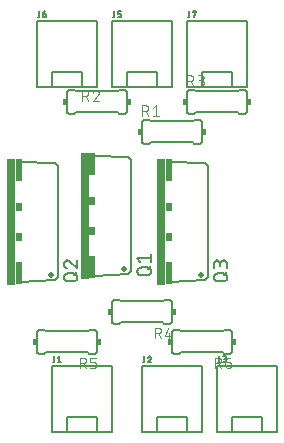
<source format=gbr>
G04 EAGLE Gerber RS-274X export*
G75*
%MOMM*%
%FSLAX34Y34*%
%LPD*%
%INSilkscreen Top*%
%IPPOS*%
%AMOC8*
5,1,8,0,0,1.08239X$1,22.5*%
G01*
%ADD10C,0.127000*%
%ADD11C,0.152400*%
%ADD12C,0.508000*%
%ADD13R,0.762000X10.668000*%
%ADD14R,0.508000X1.905000*%
%ADD15R,0.508000X0.762000*%
%ADD16R,0.381000X0.508000*%
%ADD17C,0.101600*%


D10*
X63500Y68580D02*
X63500Y12700D01*
X114300Y12700D02*
X114300Y68580D01*
X63500Y68580D01*
X101600Y12700D02*
X114300Y12700D01*
X101600Y12700D02*
X76200Y12700D01*
X63500Y12700D01*
X76200Y12700D02*
X76200Y25400D01*
X101600Y25400D01*
X101600Y12700D01*
X65744Y72827D02*
X65744Y76581D01*
X65743Y72827D02*
X65741Y72762D01*
X65735Y72698D01*
X65725Y72634D01*
X65712Y72570D01*
X65694Y72508D01*
X65673Y72447D01*
X65649Y72387D01*
X65620Y72329D01*
X65588Y72272D01*
X65553Y72218D01*
X65515Y72166D01*
X65473Y72116D01*
X65429Y72069D01*
X65382Y72025D01*
X65332Y71983D01*
X65280Y71945D01*
X65226Y71910D01*
X65169Y71878D01*
X65111Y71849D01*
X65051Y71825D01*
X64990Y71804D01*
X64928Y71786D01*
X64864Y71773D01*
X64800Y71763D01*
X64736Y71757D01*
X64671Y71755D01*
X64135Y71755D01*
X68692Y75509D02*
X70032Y76581D01*
X70032Y71755D01*
X68692Y71755D02*
X71373Y71755D01*
X139700Y68580D02*
X139700Y12700D01*
X190500Y12700D02*
X190500Y68580D01*
X139700Y68580D01*
X177800Y12700D02*
X190500Y12700D01*
X177800Y12700D02*
X152400Y12700D01*
X139700Y12700D01*
X152400Y12700D02*
X152400Y25400D01*
X177800Y25400D01*
X177800Y12700D01*
X141944Y72827D02*
X141944Y76581D01*
X141943Y72827D02*
X141941Y72762D01*
X141935Y72698D01*
X141925Y72634D01*
X141912Y72570D01*
X141894Y72508D01*
X141873Y72447D01*
X141849Y72387D01*
X141820Y72329D01*
X141788Y72272D01*
X141753Y72218D01*
X141715Y72166D01*
X141673Y72116D01*
X141629Y72069D01*
X141582Y72025D01*
X141532Y71983D01*
X141480Y71945D01*
X141426Y71910D01*
X141369Y71878D01*
X141311Y71849D01*
X141251Y71825D01*
X141190Y71804D01*
X141128Y71786D01*
X141064Y71773D01*
X141000Y71763D01*
X140936Y71757D01*
X140871Y71755D01*
X140335Y71755D01*
X146366Y76581D02*
X146434Y76579D01*
X146501Y76573D01*
X146568Y76564D01*
X146635Y76551D01*
X146700Y76534D01*
X146765Y76513D01*
X146828Y76489D01*
X146890Y76461D01*
X146950Y76430D01*
X147008Y76396D01*
X147064Y76358D01*
X147119Y76318D01*
X147170Y76274D01*
X147219Y76227D01*
X147266Y76178D01*
X147310Y76127D01*
X147350Y76072D01*
X147388Y76016D01*
X147422Y75958D01*
X147453Y75898D01*
X147481Y75836D01*
X147505Y75773D01*
X147526Y75708D01*
X147543Y75643D01*
X147556Y75576D01*
X147565Y75509D01*
X147571Y75442D01*
X147573Y75374D01*
X146366Y76581D02*
X146288Y76579D01*
X146210Y76573D01*
X146133Y76563D01*
X146056Y76550D01*
X145980Y76532D01*
X145905Y76511D01*
X145831Y76486D01*
X145759Y76457D01*
X145688Y76425D01*
X145619Y76389D01*
X145551Y76350D01*
X145486Y76307D01*
X145423Y76261D01*
X145362Y76212D01*
X145304Y76160D01*
X145249Y76105D01*
X145196Y76048D01*
X145147Y75988D01*
X145100Y75925D01*
X145057Y75861D01*
X145017Y75794D01*
X144980Y75725D01*
X144947Y75654D01*
X144917Y75582D01*
X144891Y75509D01*
X147171Y74436D02*
X147220Y74485D01*
X147267Y74537D01*
X147310Y74592D01*
X147351Y74649D01*
X147389Y74708D01*
X147423Y74769D01*
X147454Y74832D01*
X147482Y74896D01*
X147506Y74962D01*
X147526Y75028D01*
X147543Y75096D01*
X147556Y75165D01*
X147565Y75234D01*
X147571Y75304D01*
X147573Y75374D01*
X147171Y74436D02*
X144892Y71755D01*
X147573Y71755D01*
X203200Y68580D02*
X203200Y12700D01*
X254000Y12700D02*
X254000Y68580D01*
X203200Y68580D01*
X241300Y12700D02*
X254000Y12700D01*
X241300Y12700D02*
X215900Y12700D01*
X203200Y12700D01*
X215900Y12700D02*
X215900Y25400D01*
X241300Y25400D01*
X241300Y12700D01*
X205444Y72827D02*
X205444Y76581D01*
X205443Y72827D02*
X205441Y72762D01*
X205435Y72698D01*
X205425Y72634D01*
X205412Y72570D01*
X205394Y72508D01*
X205373Y72447D01*
X205349Y72387D01*
X205320Y72329D01*
X205288Y72272D01*
X205253Y72218D01*
X205215Y72166D01*
X205173Y72116D01*
X205129Y72069D01*
X205082Y72025D01*
X205032Y71983D01*
X204980Y71945D01*
X204926Y71910D01*
X204869Y71878D01*
X204811Y71849D01*
X204751Y71825D01*
X204690Y71804D01*
X204628Y71786D01*
X204564Y71773D01*
X204500Y71763D01*
X204436Y71757D01*
X204371Y71755D01*
X203835Y71755D01*
X208392Y71755D02*
X209732Y71755D01*
X209803Y71757D01*
X209875Y71763D01*
X209945Y71772D01*
X210015Y71785D01*
X210085Y71802D01*
X210153Y71823D01*
X210220Y71847D01*
X210286Y71875D01*
X210350Y71906D01*
X210413Y71941D01*
X210473Y71979D01*
X210532Y72020D01*
X210588Y72064D01*
X210642Y72111D01*
X210693Y72160D01*
X210741Y72213D01*
X210787Y72268D01*
X210829Y72325D01*
X210869Y72385D01*
X210905Y72446D01*
X210938Y72510D01*
X210967Y72575D01*
X210993Y72641D01*
X211016Y72709D01*
X211035Y72778D01*
X211050Y72848D01*
X211061Y72918D01*
X211069Y72989D01*
X211073Y73060D01*
X211073Y73132D01*
X211069Y73203D01*
X211061Y73274D01*
X211050Y73344D01*
X211035Y73414D01*
X211016Y73483D01*
X210993Y73551D01*
X210967Y73617D01*
X210938Y73682D01*
X210905Y73746D01*
X210869Y73807D01*
X210829Y73867D01*
X210787Y73924D01*
X210741Y73979D01*
X210693Y74032D01*
X210642Y74081D01*
X210588Y74128D01*
X210532Y74172D01*
X210473Y74213D01*
X210413Y74251D01*
X210350Y74286D01*
X210286Y74317D01*
X210220Y74345D01*
X210153Y74369D01*
X210085Y74390D01*
X210015Y74407D01*
X209945Y74420D01*
X209875Y74429D01*
X209803Y74435D01*
X209732Y74437D01*
X210000Y76581D02*
X208392Y76581D01*
X210000Y76581D02*
X210065Y76579D01*
X210129Y76573D01*
X210193Y76563D01*
X210257Y76550D01*
X210319Y76532D01*
X210380Y76511D01*
X210440Y76487D01*
X210498Y76458D01*
X210555Y76426D01*
X210609Y76391D01*
X210661Y76353D01*
X210711Y76311D01*
X210758Y76267D01*
X210802Y76220D01*
X210844Y76170D01*
X210882Y76118D01*
X210917Y76064D01*
X210949Y76007D01*
X210978Y75949D01*
X211002Y75889D01*
X211023Y75828D01*
X211041Y75766D01*
X211054Y75702D01*
X211064Y75638D01*
X211070Y75574D01*
X211072Y75509D01*
X211070Y75444D01*
X211064Y75380D01*
X211054Y75316D01*
X211041Y75252D01*
X211023Y75190D01*
X211002Y75129D01*
X210978Y75069D01*
X210949Y75011D01*
X210917Y74954D01*
X210882Y74900D01*
X210844Y74848D01*
X210802Y74798D01*
X210758Y74751D01*
X210711Y74707D01*
X210661Y74665D01*
X210609Y74627D01*
X210555Y74592D01*
X210498Y74560D01*
X210440Y74531D01*
X210380Y74507D01*
X210319Y74486D01*
X210257Y74468D01*
X210193Y74455D01*
X210129Y74445D01*
X210065Y74439D01*
X210000Y74437D01*
X210000Y74436D02*
X208928Y74436D01*
X114300Y304800D02*
X114300Y360680D01*
X165100Y360680D02*
X165100Y304800D01*
X165100Y360680D02*
X114300Y360680D01*
X152400Y304800D02*
X165100Y304800D01*
X152400Y304800D02*
X127000Y304800D01*
X114300Y304800D01*
X127000Y304800D02*
X127000Y317500D01*
X152400Y317500D01*
X152400Y304800D01*
X116544Y364927D02*
X116544Y368681D01*
X116543Y364927D02*
X116541Y364862D01*
X116535Y364798D01*
X116525Y364734D01*
X116512Y364670D01*
X116494Y364608D01*
X116473Y364547D01*
X116449Y364487D01*
X116420Y364429D01*
X116388Y364372D01*
X116353Y364318D01*
X116315Y364266D01*
X116273Y364216D01*
X116229Y364169D01*
X116182Y364125D01*
X116132Y364083D01*
X116080Y364045D01*
X116026Y364010D01*
X115969Y363978D01*
X115911Y363949D01*
X115851Y363925D01*
X115790Y363904D01*
X115728Y363886D01*
X115664Y363873D01*
X115600Y363863D01*
X115536Y363857D01*
X115471Y363855D01*
X114935Y363855D01*
X119492Y363855D02*
X121100Y363855D01*
X121165Y363857D01*
X121229Y363863D01*
X121293Y363873D01*
X121357Y363886D01*
X121419Y363904D01*
X121480Y363925D01*
X121540Y363949D01*
X121598Y363978D01*
X121655Y364010D01*
X121709Y364045D01*
X121761Y364083D01*
X121811Y364125D01*
X121858Y364169D01*
X121902Y364216D01*
X121944Y364266D01*
X121982Y364318D01*
X122017Y364372D01*
X122049Y364429D01*
X122078Y364487D01*
X122102Y364547D01*
X122123Y364608D01*
X122141Y364670D01*
X122154Y364734D01*
X122164Y364798D01*
X122170Y364862D01*
X122172Y364927D01*
X122173Y364927D02*
X122173Y365464D01*
X122172Y365464D02*
X122170Y365529D01*
X122164Y365593D01*
X122154Y365657D01*
X122141Y365721D01*
X122123Y365783D01*
X122102Y365844D01*
X122078Y365904D01*
X122049Y365962D01*
X122017Y366019D01*
X121982Y366073D01*
X121944Y366125D01*
X121902Y366175D01*
X121858Y366222D01*
X121811Y366266D01*
X121761Y366308D01*
X121709Y366346D01*
X121655Y366381D01*
X121598Y366413D01*
X121540Y366442D01*
X121480Y366466D01*
X121419Y366487D01*
X121357Y366505D01*
X121293Y366518D01*
X121229Y366528D01*
X121165Y366534D01*
X121100Y366536D01*
X119492Y366536D01*
X119492Y368681D01*
X122173Y368681D01*
X50800Y360680D02*
X50800Y304800D01*
X101600Y304800D02*
X101600Y360680D01*
X50800Y360680D01*
X88900Y304800D02*
X101600Y304800D01*
X88900Y304800D02*
X63500Y304800D01*
X50800Y304800D01*
X63500Y304800D02*
X63500Y317500D01*
X88900Y317500D01*
X88900Y304800D01*
X53044Y364927D02*
X53044Y368681D01*
X53043Y364927D02*
X53041Y364862D01*
X53035Y364798D01*
X53025Y364734D01*
X53012Y364670D01*
X52994Y364608D01*
X52973Y364547D01*
X52949Y364487D01*
X52920Y364429D01*
X52888Y364372D01*
X52853Y364318D01*
X52815Y364266D01*
X52773Y364216D01*
X52729Y364169D01*
X52682Y364125D01*
X52632Y364083D01*
X52580Y364045D01*
X52526Y364010D01*
X52469Y363978D01*
X52411Y363949D01*
X52351Y363925D01*
X52290Y363904D01*
X52228Y363886D01*
X52164Y363873D01*
X52100Y363863D01*
X52036Y363857D01*
X51971Y363855D01*
X51435Y363855D01*
X55992Y366536D02*
X57600Y366536D01*
X57665Y366534D01*
X57729Y366528D01*
X57793Y366518D01*
X57857Y366505D01*
X57919Y366487D01*
X57980Y366466D01*
X58040Y366442D01*
X58098Y366413D01*
X58155Y366381D01*
X58209Y366346D01*
X58261Y366308D01*
X58311Y366266D01*
X58358Y366222D01*
X58402Y366175D01*
X58444Y366125D01*
X58482Y366073D01*
X58517Y366019D01*
X58549Y365962D01*
X58578Y365904D01*
X58602Y365844D01*
X58623Y365783D01*
X58641Y365721D01*
X58654Y365657D01*
X58664Y365593D01*
X58670Y365529D01*
X58672Y365464D01*
X58673Y365464D02*
X58673Y365196D01*
X58671Y365125D01*
X58665Y365053D01*
X58656Y364983D01*
X58643Y364913D01*
X58626Y364843D01*
X58605Y364775D01*
X58581Y364708D01*
X58553Y364642D01*
X58522Y364578D01*
X58487Y364515D01*
X58449Y364455D01*
X58408Y364396D01*
X58364Y364340D01*
X58317Y364286D01*
X58268Y364235D01*
X58215Y364187D01*
X58160Y364141D01*
X58103Y364099D01*
X58043Y364059D01*
X57982Y364023D01*
X57918Y363990D01*
X57853Y363961D01*
X57787Y363935D01*
X57719Y363912D01*
X57650Y363893D01*
X57580Y363878D01*
X57510Y363867D01*
X57439Y363859D01*
X57368Y363855D01*
X57296Y363855D01*
X57225Y363859D01*
X57154Y363867D01*
X57084Y363878D01*
X57014Y363893D01*
X56945Y363912D01*
X56877Y363935D01*
X56811Y363961D01*
X56746Y363990D01*
X56682Y364023D01*
X56621Y364059D01*
X56561Y364099D01*
X56504Y364141D01*
X56449Y364187D01*
X56396Y364235D01*
X56347Y364286D01*
X56300Y364340D01*
X56256Y364396D01*
X56215Y364455D01*
X56177Y364515D01*
X56142Y364578D01*
X56111Y364642D01*
X56083Y364708D01*
X56059Y364775D01*
X56038Y364843D01*
X56021Y364913D01*
X56008Y364983D01*
X55999Y365053D01*
X55993Y365125D01*
X55991Y365196D01*
X55992Y365196D02*
X55992Y366536D01*
X55994Y366627D01*
X56000Y366718D01*
X56009Y366808D01*
X56023Y366899D01*
X56040Y366988D01*
X56061Y367076D01*
X56086Y367164D01*
X56115Y367251D01*
X56147Y367336D01*
X56182Y367420D01*
X56222Y367502D01*
X56264Y367582D01*
X56310Y367661D01*
X56360Y367737D01*
X56412Y367811D01*
X56468Y367884D01*
X56527Y367953D01*
X56588Y368020D01*
X56653Y368085D01*
X56720Y368146D01*
X56789Y368205D01*
X56861Y368261D01*
X56936Y368313D01*
X57012Y368363D01*
X57091Y368409D01*
X57171Y368451D01*
X57253Y368491D01*
X57337Y368526D01*
X57422Y368558D01*
X57509Y368587D01*
X57596Y368612D01*
X57685Y368633D01*
X57774Y368650D01*
X57865Y368664D01*
X57955Y368673D01*
X58046Y368679D01*
X58137Y368681D01*
X177800Y360680D02*
X177800Y304800D01*
X228600Y304800D02*
X228600Y360680D01*
X177800Y360680D01*
X215900Y304800D02*
X228600Y304800D01*
X215900Y304800D02*
X190500Y304800D01*
X177800Y304800D01*
X190500Y304800D02*
X190500Y317500D01*
X215900Y317500D01*
X215900Y304800D01*
X180044Y364927D02*
X180044Y368681D01*
X180043Y364927D02*
X180041Y364862D01*
X180035Y364798D01*
X180025Y364734D01*
X180012Y364670D01*
X179994Y364608D01*
X179973Y364547D01*
X179949Y364487D01*
X179920Y364429D01*
X179888Y364372D01*
X179853Y364318D01*
X179815Y364266D01*
X179773Y364216D01*
X179729Y364169D01*
X179682Y364125D01*
X179632Y364083D01*
X179580Y364045D01*
X179526Y364010D01*
X179469Y363978D01*
X179411Y363949D01*
X179351Y363925D01*
X179290Y363904D01*
X179228Y363886D01*
X179164Y363873D01*
X179100Y363863D01*
X179036Y363857D01*
X178971Y363855D01*
X178435Y363855D01*
X182992Y368145D02*
X182992Y368681D01*
X185673Y368681D01*
X184332Y363855D01*
D11*
X128270Y245110D02*
X130810Y242570D01*
X130810Y148590D01*
X128270Y146050D01*
X128270Y245110D02*
X99060Y246380D01*
X99060Y144780D02*
X128270Y146050D01*
D12*
X124714Y150622D03*
D13*
X91440Y195580D03*
D14*
X97790Y151765D03*
D15*
X97790Y182880D03*
X97790Y208280D03*
D14*
X97790Y239395D03*
D10*
X139192Y145415D02*
X144272Y145415D01*
X139192Y145415D02*
X139081Y145417D01*
X138971Y145423D01*
X138860Y145432D01*
X138750Y145446D01*
X138641Y145463D01*
X138532Y145484D01*
X138424Y145509D01*
X138317Y145538D01*
X138211Y145570D01*
X138106Y145606D01*
X138003Y145646D01*
X137901Y145689D01*
X137800Y145736D01*
X137701Y145787D01*
X137605Y145840D01*
X137510Y145897D01*
X137417Y145958D01*
X137326Y146021D01*
X137237Y146088D01*
X137151Y146158D01*
X137068Y146231D01*
X136986Y146306D01*
X136908Y146384D01*
X136833Y146466D01*
X136760Y146549D01*
X136690Y146635D01*
X136623Y146724D01*
X136560Y146815D01*
X136499Y146908D01*
X136442Y147003D01*
X136389Y147099D01*
X136338Y147198D01*
X136291Y147299D01*
X136248Y147401D01*
X136208Y147504D01*
X136172Y147609D01*
X136140Y147715D01*
X136111Y147822D01*
X136086Y147930D01*
X136065Y148039D01*
X136048Y148148D01*
X136034Y148258D01*
X136025Y148369D01*
X136019Y148479D01*
X136017Y148590D01*
X136019Y148701D01*
X136025Y148811D01*
X136034Y148922D01*
X136048Y149032D01*
X136065Y149141D01*
X136086Y149250D01*
X136111Y149358D01*
X136140Y149465D01*
X136172Y149571D01*
X136208Y149676D01*
X136248Y149779D01*
X136291Y149881D01*
X136338Y149982D01*
X136389Y150081D01*
X136442Y150178D01*
X136499Y150272D01*
X136560Y150365D01*
X136623Y150456D01*
X136690Y150545D01*
X136760Y150631D01*
X136833Y150714D01*
X136908Y150796D01*
X136986Y150874D01*
X137068Y150949D01*
X137151Y151022D01*
X137237Y151092D01*
X137326Y151159D01*
X137417Y151222D01*
X137510Y151283D01*
X137605Y151340D01*
X137701Y151393D01*
X137800Y151444D01*
X137901Y151491D01*
X138003Y151534D01*
X138106Y151574D01*
X138211Y151610D01*
X138317Y151642D01*
X138424Y151671D01*
X138532Y151696D01*
X138641Y151717D01*
X138750Y151734D01*
X138860Y151748D01*
X138971Y151757D01*
X139081Y151763D01*
X139192Y151765D01*
X144272Y151765D01*
X144383Y151763D01*
X144493Y151757D01*
X144604Y151748D01*
X144714Y151734D01*
X144823Y151717D01*
X144932Y151696D01*
X145040Y151671D01*
X145147Y151642D01*
X145253Y151610D01*
X145358Y151574D01*
X145461Y151534D01*
X145563Y151491D01*
X145664Y151444D01*
X145763Y151393D01*
X145860Y151340D01*
X145954Y151283D01*
X146047Y151222D01*
X146138Y151159D01*
X146227Y151092D01*
X146313Y151022D01*
X146396Y150949D01*
X146478Y150874D01*
X146556Y150796D01*
X146631Y150714D01*
X146704Y150631D01*
X146774Y150545D01*
X146841Y150456D01*
X146904Y150365D01*
X146965Y150272D01*
X147022Y150177D01*
X147075Y150081D01*
X147126Y149982D01*
X147173Y149881D01*
X147216Y149779D01*
X147256Y149676D01*
X147292Y149571D01*
X147324Y149465D01*
X147353Y149358D01*
X147378Y149250D01*
X147399Y149141D01*
X147416Y149032D01*
X147430Y148922D01*
X147439Y148811D01*
X147445Y148701D01*
X147447Y148590D01*
X147445Y148479D01*
X147439Y148369D01*
X147430Y148258D01*
X147416Y148148D01*
X147399Y148039D01*
X147378Y147930D01*
X147353Y147822D01*
X147324Y147715D01*
X147292Y147609D01*
X147256Y147504D01*
X147216Y147401D01*
X147173Y147299D01*
X147126Y147198D01*
X147075Y147099D01*
X147022Y147002D01*
X146965Y146908D01*
X146904Y146815D01*
X146841Y146724D01*
X146774Y146635D01*
X146704Y146549D01*
X146631Y146466D01*
X146556Y146384D01*
X146478Y146306D01*
X146396Y146231D01*
X146313Y146158D01*
X146227Y146088D01*
X146138Y146021D01*
X146047Y145958D01*
X145954Y145897D01*
X145859Y145840D01*
X145763Y145787D01*
X145664Y145736D01*
X145563Y145689D01*
X145461Y145646D01*
X145358Y145606D01*
X145253Y145570D01*
X145147Y145538D01*
X145040Y145509D01*
X144932Y145484D01*
X144823Y145463D01*
X144714Y145446D01*
X144604Y145432D01*
X144493Y145423D01*
X144383Y145417D01*
X144272Y145415D01*
X144907Y150495D02*
X147447Y153035D01*
X138557Y156476D02*
X136017Y159651D01*
X147447Y159651D01*
X147447Y156476D02*
X147447Y162826D01*
D11*
X68580Y237490D02*
X66040Y240030D01*
X68580Y237490D02*
X68580Y143510D01*
X66040Y140970D01*
X66040Y240030D02*
X36830Y241300D01*
X36830Y139700D02*
X66040Y140970D01*
D12*
X62484Y145542D03*
D13*
X29210Y190500D03*
D14*
X35560Y146685D03*
D15*
X35560Y177800D03*
X35560Y203200D03*
D14*
X35560Y234315D03*
D10*
X76962Y140335D02*
X82042Y140335D01*
X76962Y140335D02*
X76851Y140337D01*
X76741Y140343D01*
X76630Y140352D01*
X76520Y140366D01*
X76411Y140383D01*
X76302Y140404D01*
X76194Y140429D01*
X76087Y140458D01*
X75981Y140490D01*
X75876Y140526D01*
X75773Y140566D01*
X75671Y140609D01*
X75570Y140656D01*
X75471Y140707D01*
X75375Y140760D01*
X75280Y140817D01*
X75187Y140878D01*
X75096Y140941D01*
X75007Y141008D01*
X74921Y141078D01*
X74838Y141151D01*
X74756Y141226D01*
X74678Y141304D01*
X74603Y141386D01*
X74530Y141469D01*
X74460Y141555D01*
X74393Y141644D01*
X74330Y141735D01*
X74269Y141828D01*
X74212Y141923D01*
X74159Y142019D01*
X74108Y142118D01*
X74061Y142219D01*
X74018Y142321D01*
X73978Y142424D01*
X73942Y142529D01*
X73910Y142635D01*
X73881Y142742D01*
X73856Y142850D01*
X73835Y142959D01*
X73818Y143068D01*
X73804Y143178D01*
X73795Y143289D01*
X73789Y143399D01*
X73787Y143510D01*
X73789Y143621D01*
X73795Y143731D01*
X73804Y143842D01*
X73818Y143952D01*
X73835Y144061D01*
X73856Y144170D01*
X73881Y144278D01*
X73910Y144385D01*
X73942Y144491D01*
X73978Y144596D01*
X74018Y144699D01*
X74061Y144801D01*
X74108Y144902D01*
X74159Y145001D01*
X74212Y145098D01*
X74269Y145192D01*
X74330Y145285D01*
X74393Y145376D01*
X74460Y145465D01*
X74530Y145551D01*
X74603Y145634D01*
X74678Y145716D01*
X74756Y145794D01*
X74838Y145869D01*
X74921Y145942D01*
X75007Y146012D01*
X75096Y146079D01*
X75187Y146142D01*
X75280Y146203D01*
X75375Y146260D01*
X75471Y146313D01*
X75570Y146364D01*
X75671Y146411D01*
X75773Y146454D01*
X75876Y146494D01*
X75981Y146530D01*
X76087Y146562D01*
X76194Y146591D01*
X76302Y146616D01*
X76411Y146637D01*
X76520Y146654D01*
X76630Y146668D01*
X76741Y146677D01*
X76851Y146683D01*
X76962Y146685D01*
X82042Y146685D01*
X82153Y146683D01*
X82263Y146677D01*
X82374Y146668D01*
X82484Y146654D01*
X82593Y146637D01*
X82702Y146616D01*
X82810Y146591D01*
X82917Y146562D01*
X83023Y146530D01*
X83128Y146494D01*
X83231Y146454D01*
X83333Y146411D01*
X83434Y146364D01*
X83533Y146313D01*
X83630Y146260D01*
X83724Y146203D01*
X83817Y146142D01*
X83908Y146079D01*
X83997Y146012D01*
X84083Y145942D01*
X84166Y145869D01*
X84248Y145794D01*
X84326Y145716D01*
X84401Y145634D01*
X84474Y145551D01*
X84544Y145465D01*
X84611Y145376D01*
X84674Y145285D01*
X84735Y145192D01*
X84792Y145097D01*
X84845Y145001D01*
X84896Y144902D01*
X84943Y144801D01*
X84986Y144699D01*
X85026Y144596D01*
X85062Y144491D01*
X85094Y144385D01*
X85123Y144278D01*
X85148Y144170D01*
X85169Y144061D01*
X85186Y143952D01*
X85200Y143842D01*
X85209Y143731D01*
X85215Y143621D01*
X85217Y143510D01*
X85215Y143399D01*
X85209Y143289D01*
X85200Y143178D01*
X85186Y143068D01*
X85169Y142959D01*
X85148Y142850D01*
X85123Y142742D01*
X85094Y142635D01*
X85062Y142529D01*
X85026Y142424D01*
X84986Y142321D01*
X84943Y142219D01*
X84896Y142118D01*
X84845Y142019D01*
X84792Y141922D01*
X84735Y141828D01*
X84674Y141735D01*
X84611Y141644D01*
X84544Y141555D01*
X84474Y141469D01*
X84401Y141386D01*
X84326Y141304D01*
X84248Y141226D01*
X84166Y141151D01*
X84083Y141078D01*
X83997Y141008D01*
X83908Y140941D01*
X83817Y140878D01*
X83724Y140817D01*
X83629Y140760D01*
X83533Y140707D01*
X83434Y140656D01*
X83333Y140609D01*
X83231Y140566D01*
X83128Y140526D01*
X83023Y140490D01*
X82917Y140458D01*
X82810Y140429D01*
X82702Y140404D01*
X82593Y140383D01*
X82484Y140366D01*
X82374Y140352D01*
X82263Y140343D01*
X82153Y140337D01*
X82042Y140335D01*
X82677Y145415D02*
X85217Y147955D01*
X76645Y157746D02*
X76541Y157744D01*
X76436Y157738D01*
X76332Y157729D01*
X76229Y157716D01*
X76126Y157698D01*
X76024Y157678D01*
X75922Y157653D01*
X75822Y157625D01*
X75722Y157593D01*
X75624Y157557D01*
X75527Y157518D01*
X75432Y157476D01*
X75338Y157430D01*
X75246Y157380D01*
X75156Y157328D01*
X75068Y157272D01*
X74982Y157212D01*
X74898Y157150D01*
X74817Y157085D01*
X74738Y157017D01*
X74661Y156945D01*
X74588Y156872D01*
X74516Y156795D01*
X74448Y156716D01*
X74383Y156635D01*
X74321Y156551D01*
X74261Y156465D01*
X74205Y156377D01*
X74153Y156287D01*
X74103Y156195D01*
X74057Y156101D01*
X74015Y156006D01*
X73976Y155909D01*
X73940Y155811D01*
X73908Y155711D01*
X73880Y155611D01*
X73855Y155509D01*
X73835Y155407D01*
X73817Y155304D01*
X73804Y155201D01*
X73795Y155097D01*
X73789Y154992D01*
X73787Y154888D01*
X73789Y154770D01*
X73795Y154651D01*
X73804Y154533D01*
X73817Y154416D01*
X73835Y154299D01*
X73855Y154182D01*
X73880Y154066D01*
X73908Y153951D01*
X73941Y153838D01*
X73976Y153725D01*
X74016Y153613D01*
X74058Y153503D01*
X74105Y153394D01*
X74155Y153286D01*
X74208Y153181D01*
X74265Y153077D01*
X74325Y152975D01*
X74388Y152875D01*
X74455Y152777D01*
X74524Y152681D01*
X74597Y152588D01*
X74673Y152497D01*
X74751Y152408D01*
X74833Y152322D01*
X74917Y152239D01*
X75003Y152158D01*
X75093Y152081D01*
X75184Y152006D01*
X75278Y151934D01*
X75375Y151865D01*
X75473Y151800D01*
X75574Y151737D01*
X75677Y151678D01*
X75781Y151622D01*
X75887Y151570D01*
X75995Y151521D01*
X76104Y151476D01*
X76215Y151434D01*
X76327Y151396D01*
X78867Y156793D02*
X78792Y156869D01*
X78713Y156944D01*
X78632Y157015D01*
X78548Y157084D01*
X78462Y157149D01*
X78374Y157211D01*
X78284Y157271D01*
X78192Y157327D01*
X78097Y157380D01*
X78001Y157429D01*
X77903Y157475D01*
X77804Y157518D01*
X77703Y157557D01*
X77601Y157592D01*
X77498Y157624D01*
X77394Y157652D01*
X77289Y157677D01*
X77182Y157698D01*
X77076Y157715D01*
X76969Y157728D01*
X76861Y157737D01*
X76753Y157743D01*
X76645Y157745D01*
X78867Y156793D02*
X85217Y151396D01*
X85217Y157746D01*
D11*
X193040Y240030D02*
X195580Y237490D01*
X195580Y143510D01*
X193040Y140970D01*
X193040Y240030D02*
X163830Y241300D01*
X163830Y139700D02*
X193040Y140970D01*
D12*
X189484Y145542D03*
D13*
X156210Y190500D03*
D14*
X162560Y146685D03*
D15*
X162560Y177800D03*
X162560Y203200D03*
D14*
X162560Y234315D03*
D10*
X203962Y140335D02*
X209042Y140335D01*
X203962Y140335D02*
X203851Y140337D01*
X203741Y140343D01*
X203630Y140352D01*
X203520Y140366D01*
X203411Y140383D01*
X203302Y140404D01*
X203194Y140429D01*
X203087Y140458D01*
X202981Y140490D01*
X202876Y140526D01*
X202773Y140566D01*
X202671Y140609D01*
X202570Y140656D01*
X202471Y140707D01*
X202375Y140760D01*
X202280Y140817D01*
X202187Y140878D01*
X202096Y140941D01*
X202007Y141008D01*
X201921Y141078D01*
X201838Y141151D01*
X201756Y141226D01*
X201678Y141304D01*
X201603Y141386D01*
X201530Y141469D01*
X201460Y141555D01*
X201393Y141644D01*
X201330Y141735D01*
X201269Y141828D01*
X201212Y141923D01*
X201159Y142019D01*
X201108Y142118D01*
X201061Y142219D01*
X201018Y142321D01*
X200978Y142424D01*
X200942Y142529D01*
X200910Y142635D01*
X200881Y142742D01*
X200856Y142850D01*
X200835Y142959D01*
X200818Y143068D01*
X200804Y143178D01*
X200795Y143289D01*
X200789Y143399D01*
X200787Y143510D01*
X200789Y143621D01*
X200795Y143731D01*
X200804Y143842D01*
X200818Y143952D01*
X200835Y144061D01*
X200856Y144170D01*
X200881Y144278D01*
X200910Y144385D01*
X200942Y144491D01*
X200978Y144596D01*
X201018Y144699D01*
X201061Y144801D01*
X201108Y144902D01*
X201159Y145001D01*
X201212Y145098D01*
X201269Y145192D01*
X201330Y145285D01*
X201393Y145376D01*
X201460Y145465D01*
X201530Y145551D01*
X201603Y145634D01*
X201678Y145716D01*
X201756Y145794D01*
X201838Y145869D01*
X201921Y145942D01*
X202007Y146012D01*
X202096Y146079D01*
X202187Y146142D01*
X202280Y146203D01*
X202375Y146260D01*
X202471Y146313D01*
X202570Y146364D01*
X202671Y146411D01*
X202773Y146454D01*
X202876Y146494D01*
X202981Y146530D01*
X203087Y146562D01*
X203194Y146591D01*
X203302Y146616D01*
X203411Y146637D01*
X203520Y146654D01*
X203630Y146668D01*
X203741Y146677D01*
X203851Y146683D01*
X203962Y146685D01*
X209042Y146685D01*
X209153Y146683D01*
X209263Y146677D01*
X209374Y146668D01*
X209484Y146654D01*
X209593Y146637D01*
X209702Y146616D01*
X209810Y146591D01*
X209917Y146562D01*
X210023Y146530D01*
X210128Y146494D01*
X210231Y146454D01*
X210333Y146411D01*
X210434Y146364D01*
X210533Y146313D01*
X210630Y146260D01*
X210724Y146203D01*
X210817Y146142D01*
X210908Y146079D01*
X210997Y146012D01*
X211083Y145942D01*
X211166Y145869D01*
X211248Y145794D01*
X211326Y145716D01*
X211401Y145634D01*
X211474Y145551D01*
X211544Y145465D01*
X211611Y145376D01*
X211674Y145285D01*
X211735Y145192D01*
X211792Y145097D01*
X211845Y145001D01*
X211896Y144902D01*
X211943Y144801D01*
X211986Y144699D01*
X212026Y144596D01*
X212062Y144491D01*
X212094Y144385D01*
X212123Y144278D01*
X212148Y144170D01*
X212169Y144061D01*
X212186Y143952D01*
X212200Y143842D01*
X212209Y143731D01*
X212215Y143621D01*
X212217Y143510D01*
X212215Y143399D01*
X212209Y143289D01*
X212200Y143178D01*
X212186Y143068D01*
X212169Y142959D01*
X212148Y142850D01*
X212123Y142742D01*
X212094Y142635D01*
X212062Y142529D01*
X212026Y142424D01*
X211986Y142321D01*
X211943Y142219D01*
X211896Y142118D01*
X211845Y142019D01*
X211792Y141922D01*
X211735Y141828D01*
X211674Y141735D01*
X211611Y141644D01*
X211544Y141555D01*
X211474Y141469D01*
X211401Y141386D01*
X211326Y141304D01*
X211248Y141226D01*
X211166Y141151D01*
X211083Y141078D01*
X210997Y141008D01*
X210908Y140941D01*
X210817Y140878D01*
X210724Y140817D01*
X210629Y140760D01*
X210533Y140707D01*
X210434Y140656D01*
X210333Y140609D01*
X210231Y140566D01*
X210128Y140526D01*
X210023Y140490D01*
X209917Y140458D01*
X209810Y140429D01*
X209702Y140404D01*
X209593Y140383D01*
X209484Y140366D01*
X209374Y140352D01*
X209263Y140343D01*
X209153Y140337D01*
X209042Y140335D01*
X209677Y145415D02*
X212217Y147955D01*
X212217Y151396D02*
X212217Y154571D01*
X212215Y154682D01*
X212209Y154792D01*
X212200Y154903D01*
X212186Y155013D01*
X212169Y155122D01*
X212148Y155231D01*
X212123Y155339D01*
X212094Y155446D01*
X212062Y155552D01*
X212026Y155657D01*
X211986Y155760D01*
X211943Y155862D01*
X211896Y155963D01*
X211845Y156062D01*
X211792Y156159D01*
X211735Y156253D01*
X211674Y156346D01*
X211611Y156437D01*
X211544Y156526D01*
X211474Y156612D01*
X211401Y156695D01*
X211326Y156777D01*
X211248Y156855D01*
X211166Y156930D01*
X211083Y157003D01*
X210997Y157073D01*
X210908Y157140D01*
X210817Y157203D01*
X210724Y157264D01*
X210630Y157321D01*
X210533Y157374D01*
X210434Y157425D01*
X210333Y157472D01*
X210231Y157515D01*
X210128Y157555D01*
X210023Y157591D01*
X209917Y157623D01*
X209810Y157652D01*
X209702Y157677D01*
X209593Y157698D01*
X209484Y157715D01*
X209374Y157729D01*
X209263Y157738D01*
X209153Y157744D01*
X209042Y157746D01*
X208931Y157744D01*
X208821Y157738D01*
X208710Y157729D01*
X208600Y157715D01*
X208491Y157698D01*
X208382Y157677D01*
X208274Y157652D01*
X208167Y157623D01*
X208061Y157591D01*
X207956Y157555D01*
X207853Y157515D01*
X207751Y157472D01*
X207650Y157425D01*
X207551Y157374D01*
X207455Y157321D01*
X207360Y157264D01*
X207267Y157203D01*
X207176Y157140D01*
X207087Y157073D01*
X207001Y157003D01*
X206918Y156930D01*
X206836Y156855D01*
X206758Y156777D01*
X206683Y156695D01*
X206610Y156612D01*
X206540Y156526D01*
X206473Y156437D01*
X206410Y156346D01*
X206349Y156253D01*
X206292Y156159D01*
X206239Y156062D01*
X206188Y155963D01*
X206141Y155862D01*
X206098Y155760D01*
X206058Y155657D01*
X206022Y155552D01*
X205990Y155446D01*
X205961Y155339D01*
X205936Y155231D01*
X205915Y155122D01*
X205898Y155013D01*
X205884Y154903D01*
X205875Y154792D01*
X205869Y154682D01*
X205867Y154571D01*
X200787Y155206D02*
X200787Y151396D01*
X200787Y155206D02*
X200789Y155306D01*
X200795Y155405D01*
X200805Y155505D01*
X200818Y155603D01*
X200836Y155702D01*
X200857Y155799D01*
X200882Y155895D01*
X200911Y155991D01*
X200944Y156085D01*
X200980Y156178D01*
X201020Y156269D01*
X201064Y156359D01*
X201111Y156447D01*
X201161Y156533D01*
X201215Y156617D01*
X201272Y156699D01*
X201332Y156778D01*
X201396Y156856D01*
X201462Y156930D01*
X201531Y157002D01*
X201603Y157071D01*
X201677Y157137D01*
X201755Y157201D01*
X201834Y157261D01*
X201916Y157318D01*
X202000Y157372D01*
X202086Y157422D01*
X202174Y157469D01*
X202264Y157513D01*
X202355Y157553D01*
X202448Y157589D01*
X202542Y157622D01*
X202638Y157651D01*
X202734Y157676D01*
X202831Y157697D01*
X202930Y157715D01*
X203028Y157728D01*
X203128Y157738D01*
X203227Y157744D01*
X203327Y157746D01*
X203427Y157744D01*
X203526Y157738D01*
X203626Y157728D01*
X203724Y157715D01*
X203823Y157697D01*
X203920Y157676D01*
X204016Y157651D01*
X204112Y157622D01*
X204206Y157589D01*
X204299Y157553D01*
X204390Y157513D01*
X204480Y157469D01*
X204568Y157422D01*
X204654Y157372D01*
X204738Y157318D01*
X204820Y157261D01*
X204899Y157201D01*
X204977Y157137D01*
X205051Y157071D01*
X205123Y157002D01*
X205192Y156930D01*
X205258Y156856D01*
X205322Y156778D01*
X205382Y156699D01*
X205439Y156617D01*
X205493Y156533D01*
X205543Y156447D01*
X205590Y156359D01*
X205634Y156269D01*
X205674Y156178D01*
X205710Y156085D01*
X205743Y155991D01*
X205772Y155895D01*
X205797Y155799D01*
X205818Y155702D01*
X205836Y155603D01*
X205849Y155505D01*
X205859Y155405D01*
X205865Y155306D01*
X205867Y155206D01*
X205867Y152666D01*
D11*
X139700Y274320D02*
X139702Y274420D01*
X139708Y274519D01*
X139718Y274619D01*
X139731Y274717D01*
X139749Y274816D01*
X139770Y274913D01*
X139795Y275009D01*
X139824Y275105D01*
X139857Y275199D01*
X139893Y275292D01*
X139933Y275383D01*
X139977Y275473D01*
X140024Y275561D01*
X140074Y275647D01*
X140128Y275731D01*
X140185Y275813D01*
X140245Y275892D01*
X140309Y275970D01*
X140375Y276044D01*
X140444Y276116D01*
X140516Y276185D01*
X140590Y276251D01*
X140668Y276315D01*
X140747Y276375D01*
X140829Y276432D01*
X140913Y276486D01*
X140999Y276536D01*
X141087Y276583D01*
X141177Y276627D01*
X141268Y276667D01*
X141361Y276703D01*
X141455Y276736D01*
X141551Y276765D01*
X141647Y276790D01*
X141744Y276811D01*
X141843Y276829D01*
X141941Y276842D01*
X142041Y276852D01*
X142140Y276858D01*
X142240Y276860D01*
X139700Y259080D02*
X139702Y258980D01*
X139708Y258881D01*
X139718Y258781D01*
X139731Y258683D01*
X139749Y258584D01*
X139770Y258487D01*
X139795Y258391D01*
X139824Y258295D01*
X139857Y258201D01*
X139893Y258108D01*
X139933Y258017D01*
X139977Y257927D01*
X140024Y257839D01*
X140074Y257753D01*
X140128Y257669D01*
X140185Y257587D01*
X140245Y257508D01*
X140309Y257430D01*
X140375Y257356D01*
X140444Y257284D01*
X140516Y257215D01*
X140590Y257149D01*
X140668Y257085D01*
X140747Y257025D01*
X140829Y256968D01*
X140913Y256914D01*
X140999Y256864D01*
X141087Y256817D01*
X141177Y256773D01*
X141268Y256733D01*
X141361Y256697D01*
X141455Y256664D01*
X141551Y256635D01*
X141647Y256610D01*
X141744Y256589D01*
X141843Y256571D01*
X141941Y256558D01*
X142041Y256548D01*
X142140Y256542D01*
X142240Y256540D01*
X187960Y256540D02*
X188060Y256542D01*
X188159Y256548D01*
X188259Y256558D01*
X188357Y256571D01*
X188456Y256589D01*
X188553Y256610D01*
X188649Y256635D01*
X188745Y256664D01*
X188839Y256697D01*
X188932Y256733D01*
X189023Y256773D01*
X189113Y256817D01*
X189201Y256864D01*
X189287Y256914D01*
X189371Y256968D01*
X189453Y257025D01*
X189532Y257085D01*
X189610Y257149D01*
X189684Y257215D01*
X189756Y257284D01*
X189825Y257356D01*
X189891Y257430D01*
X189955Y257508D01*
X190015Y257587D01*
X190072Y257669D01*
X190126Y257753D01*
X190176Y257839D01*
X190223Y257927D01*
X190267Y258017D01*
X190307Y258108D01*
X190343Y258201D01*
X190376Y258295D01*
X190405Y258391D01*
X190430Y258487D01*
X190451Y258584D01*
X190469Y258683D01*
X190482Y258781D01*
X190492Y258881D01*
X190498Y258980D01*
X190500Y259080D01*
X190500Y274320D02*
X190498Y274420D01*
X190492Y274519D01*
X190482Y274619D01*
X190469Y274717D01*
X190451Y274816D01*
X190430Y274913D01*
X190405Y275009D01*
X190376Y275105D01*
X190343Y275199D01*
X190307Y275292D01*
X190267Y275383D01*
X190223Y275473D01*
X190176Y275561D01*
X190126Y275647D01*
X190072Y275731D01*
X190015Y275813D01*
X189955Y275892D01*
X189891Y275970D01*
X189825Y276044D01*
X189756Y276116D01*
X189684Y276185D01*
X189610Y276251D01*
X189532Y276315D01*
X189453Y276375D01*
X189371Y276432D01*
X189287Y276486D01*
X189201Y276536D01*
X189113Y276583D01*
X189023Y276627D01*
X188932Y276667D01*
X188839Y276703D01*
X188745Y276736D01*
X188649Y276765D01*
X188553Y276790D01*
X188456Y276811D01*
X188357Y276829D01*
X188259Y276842D01*
X188159Y276852D01*
X188060Y276858D01*
X187960Y276860D01*
X139700Y274320D02*
X139700Y259080D01*
X142240Y276860D02*
X146050Y276860D01*
X147320Y275590D01*
X146050Y256540D02*
X142240Y256540D01*
X146050Y256540D02*
X147320Y257810D01*
X182880Y275590D02*
X184150Y276860D01*
X182880Y275590D02*
X147320Y275590D01*
X182880Y257810D02*
X184150Y256540D01*
X182880Y257810D02*
X147320Y257810D01*
X184150Y276860D02*
X187960Y276860D01*
X187960Y256540D02*
X184150Y256540D01*
X190500Y259080D02*
X190500Y274320D01*
D16*
X192405Y266700D03*
X137795Y266700D03*
D17*
X140208Y280162D02*
X140208Y289052D01*
X142677Y289052D01*
X142775Y289050D01*
X142873Y289044D01*
X142971Y289034D01*
X143068Y289021D01*
X143165Y289003D01*
X143261Y288982D01*
X143355Y288957D01*
X143449Y288928D01*
X143542Y288896D01*
X143633Y288859D01*
X143723Y288820D01*
X143811Y288776D01*
X143897Y288729D01*
X143982Y288679D01*
X144064Y288626D01*
X144144Y288569D01*
X144222Y288509D01*
X144297Y288446D01*
X144370Y288380D01*
X144440Y288311D01*
X144507Y288240D01*
X144572Y288166D01*
X144633Y288089D01*
X144692Y288010D01*
X144747Y287929D01*
X144799Y287846D01*
X144847Y287760D01*
X144892Y287673D01*
X144934Y287584D01*
X144972Y287494D01*
X145006Y287402D01*
X145037Y287309D01*
X145064Y287214D01*
X145087Y287119D01*
X145107Y287022D01*
X145122Y286926D01*
X145134Y286828D01*
X145142Y286730D01*
X145146Y286632D01*
X145146Y286534D01*
X145142Y286436D01*
X145134Y286338D01*
X145122Y286240D01*
X145107Y286144D01*
X145087Y286047D01*
X145064Y285952D01*
X145037Y285857D01*
X145006Y285764D01*
X144972Y285672D01*
X144934Y285582D01*
X144892Y285493D01*
X144847Y285406D01*
X144799Y285320D01*
X144747Y285237D01*
X144692Y285156D01*
X144633Y285077D01*
X144572Y285000D01*
X144507Y284926D01*
X144440Y284855D01*
X144370Y284786D01*
X144297Y284720D01*
X144222Y284657D01*
X144144Y284597D01*
X144064Y284540D01*
X143982Y284487D01*
X143897Y284437D01*
X143811Y284390D01*
X143723Y284346D01*
X143633Y284307D01*
X143542Y284270D01*
X143449Y284238D01*
X143355Y284209D01*
X143261Y284184D01*
X143165Y284163D01*
X143068Y284145D01*
X142971Y284132D01*
X142873Y284122D01*
X142775Y284116D01*
X142677Y284114D01*
X142677Y284113D02*
X140208Y284113D01*
X143171Y284113D02*
X145147Y280162D01*
X149058Y287076D02*
X151527Y289052D01*
X151527Y280162D01*
X149058Y280162D02*
X153997Y280162D01*
D11*
X78740Y302260D02*
X78640Y302258D01*
X78541Y302252D01*
X78441Y302242D01*
X78343Y302229D01*
X78244Y302211D01*
X78147Y302190D01*
X78051Y302165D01*
X77955Y302136D01*
X77861Y302103D01*
X77768Y302067D01*
X77677Y302027D01*
X77587Y301983D01*
X77499Y301936D01*
X77413Y301886D01*
X77329Y301832D01*
X77247Y301775D01*
X77168Y301715D01*
X77090Y301651D01*
X77016Y301585D01*
X76944Y301516D01*
X76875Y301444D01*
X76809Y301370D01*
X76745Y301292D01*
X76685Y301213D01*
X76628Y301131D01*
X76574Y301047D01*
X76524Y300961D01*
X76477Y300873D01*
X76433Y300783D01*
X76393Y300692D01*
X76357Y300599D01*
X76324Y300505D01*
X76295Y300409D01*
X76270Y300313D01*
X76249Y300216D01*
X76231Y300117D01*
X76218Y300019D01*
X76208Y299919D01*
X76202Y299820D01*
X76200Y299720D01*
X76200Y284480D02*
X76202Y284380D01*
X76208Y284281D01*
X76218Y284181D01*
X76231Y284083D01*
X76249Y283984D01*
X76270Y283887D01*
X76295Y283791D01*
X76324Y283695D01*
X76357Y283601D01*
X76393Y283508D01*
X76433Y283417D01*
X76477Y283327D01*
X76524Y283239D01*
X76574Y283153D01*
X76628Y283069D01*
X76685Y282987D01*
X76745Y282908D01*
X76809Y282830D01*
X76875Y282756D01*
X76944Y282684D01*
X77016Y282615D01*
X77090Y282549D01*
X77168Y282485D01*
X77247Y282425D01*
X77329Y282368D01*
X77413Y282314D01*
X77499Y282264D01*
X77587Y282217D01*
X77677Y282173D01*
X77768Y282133D01*
X77861Y282097D01*
X77955Y282064D01*
X78051Y282035D01*
X78147Y282010D01*
X78244Y281989D01*
X78343Y281971D01*
X78441Y281958D01*
X78541Y281948D01*
X78640Y281942D01*
X78740Y281940D01*
X124460Y281940D02*
X124560Y281942D01*
X124659Y281948D01*
X124759Y281958D01*
X124857Y281971D01*
X124956Y281989D01*
X125053Y282010D01*
X125149Y282035D01*
X125245Y282064D01*
X125339Y282097D01*
X125432Y282133D01*
X125523Y282173D01*
X125613Y282217D01*
X125701Y282264D01*
X125787Y282314D01*
X125871Y282368D01*
X125953Y282425D01*
X126032Y282485D01*
X126110Y282549D01*
X126184Y282615D01*
X126256Y282684D01*
X126325Y282756D01*
X126391Y282830D01*
X126455Y282908D01*
X126515Y282987D01*
X126572Y283069D01*
X126626Y283153D01*
X126676Y283239D01*
X126723Y283327D01*
X126767Y283417D01*
X126807Y283508D01*
X126843Y283601D01*
X126876Y283695D01*
X126905Y283791D01*
X126930Y283887D01*
X126951Y283984D01*
X126969Y284083D01*
X126982Y284181D01*
X126992Y284281D01*
X126998Y284380D01*
X127000Y284480D01*
X127000Y299720D02*
X126998Y299820D01*
X126992Y299919D01*
X126982Y300019D01*
X126969Y300117D01*
X126951Y300216D01*
X126930Y300313D01*
X126905Y300409D01*
X126876Y300505D01*
X126843Y300599D01*
X126807Y300692D01*
X126767Y300783D01*
X126723Y300873D01*
X126676Y300961D01*
X126626Y301047D01*
X126572Y301131D01*
X126515Y301213D01*
X126455Y301292D01*
X126391Y301370D01*
X126325Y301444D01*
X126256Y301516D01*
X126184Y301585D01*
X126110Y301651D01*
X126032Y301715D01*
X125953Y301775D01*
X125871Y301832D01*
X125787Y301886D01*
X125701Y301936D01*
X125613Y301983D01*
X125523Y302027D01*
X125432Y302067D01*
X125339Y302103D01*
X125245Y302136D01*
X125149Y302165D01*
X125053Y302190D01*
X124956Y302211D01*
X124857Y302229D01*
X124759Y302242D01*
X124659Y302252D01*
X124560Y302258D01*
X124460Y302260D01*
X76200Y299720D02*
X76200Y284480D01*
X78740Y302260D02*
X82550Y302260D01*
X83820Y300990D01*
X82550Y281940D02*
X78740Y281940D01*
X82550Y281940D02*
X83820Y283210D01*
X119380Y300990D02*
X120650Y302260D01*
X119380Y300990D02*
X83820Y300990D01*
X119380Y283210D02*
X120650Y281940D01*
X119380Y283210D02*
X83820Y283210D01*
X120650Y302260D02*
X124460Y302260D01*
X124460Y281940D02*
X120650Y281940D01*
X127000Y284480D02*
X127000Y299720D01*
D16*
X128905Y292100D03*
X74295Y292100D03*
D17*
X89408Y292862D02*
X89408Y301752D01*
X91877Y301752D01*
X91975Y301750D01*
X92073Y301744D01*
X92171Y301734D01*
X92268Y301721D01*
X92365Y301703D01*
X92461Y301682D01*
X92555Y301657D01*
X92649Y301628D01*
X92742Y301596D01*
X92833Y301559D01*
X92923Y301520D01*
X93011Y301476D01*
X93097Y301429D01*
X93182Y301379D01*
X93264Y301326D01*
X93344Y301269D01*
X93422Y301209D01*
X93497Y301146D01*
X93570Y301080D01*
X93640Y301011D01*
X93707Y300940D01*
X93772Y300866D01*
X93833Y300789D01*
X93892Y300710D01*
X93947Y300629D01*
X93999Y300546D01*
X94047Y300460D01*
X94092Y300373D01*
X94134Y300284D01*
X94172Y300194D01*
X94206Y300102D01*
X94237Y300009D01*
X94264Y299914D01*
X94287Y299819D01*
X94307Y299722D01*
X94322Y299626D01*
X94334Y299528D01*
X94342Y299430D01*
X94346Y299332D01*
X94346Y299234D01*
X94342Y299136D01*
X94334Y299038D01*
X94322Y298940D01*
X94307Y298844D01*
X94287Y298747D01*
X94264Y298652D01*
X94237Y298557D01*
X94206Y298464D01*
X94172Y298372D01*
X94134Y298282D01*
X94092Y298193D01*
X94047Y298106D01*
X93999Y298020D01*
X93947Y297937D01*
X93892Y297856D01*
X93833Y297777D01*
X93772Y297700D01*
X93707Y297626D01*
X93640Y297555D01*
X93570Y297486D01*
X93497Y297420D01*
X93422Y297357D01*
X93344Y297297D01*
X93264Y297240D01*
X93182Y297187D01*
X93097Y297137D01*
X93011Y297090D01*
X92923Y297046D01*
X92833Y297007D01*
X92742Y296970D01*
X92649Y296938D01*
X92555Y296909D01*
X92461Y296884D01*
X92365Y296863D01*
X92268Y296845D01*
X92171Y296832D01*
X92073Y296822D01*
X91975Y296816D01*
X91877Y296814D01*
X91877Y296813D02*
X89408Y296813D01*
X92371Y296813D02*
X94347Y292862D01*
X103197Y299530D02*
X103195Y299622D01*
X103189Y299714D01*
X103180Y299805D01*
X103167Y299896D01*
X103150Y299986D01*
X103129Y300076D01*
X103105Y300164D01*
X103077Y300252D01*
X103045Y300338D01*
X103010Y300423D01*
X102971Y300506D01*
X102929Y300588D01*
X102884Y300668D01*
X102835Y300746D01*
X102783Y300822D01*
X102728Y300895D01*
X102670Y300967D01*
X102610Y301036D01*
X102546Y301102D01*
X102480Y301166D01*
X102411Y301226D01*
X102339Y301284D01*
X102266Y301339D01*
X102190Y301391D01*
X102112Y301440D01*
X102032Y301485D01*
X101950Y301527D01*
X101867Y301566D01*
X101782Y301601D01*
X101696Y301633D01*
X101608Y301661D01*
X101520Y301685D01*
X101430Y301706D01*
X101340Y301723D01*
X101249Y301736D01*
X101158Y301745D01*
X101066Y301751D01*
X100974Y301753D01*
X100974Y301752D02*
X100868Y301750D01*
X100763Y301744D01*
X100658Y301734D01*
X100553Y301721D01*
X100449Y301703D01*
X100346Y301682D01*
X100243Y301657D01*
X100141Y301628D01*
X100041Y301595D01*
X99942Y301559D01*
X99844Y301519D01*
X99748Y301475D01*
X99653Y301428D01*
X99561Y301378D01*
X99470Y301324D01*
X99381Y301266D01*
X99295Y301206D01*
X99211Y301142D01*
X99129Y301076D01*
X99049Y301006D01*
X98973Y300933D01*
X98899Y300858D01*
X98828Y300780D01*
X98760Y300699D01*
X98694Y300616D01*
X98632Y300530D01*
X98574Y300443D01*
X98518Y300353D01*
X98466Y300261D01*
X98417Y300167D01*
X98372Y300072D01*
X98330Y299975D01*
X98292Y299876D01*
X98258Y299777D01*
X102456Y297801D02*
X102525Y297870D01*
X102591Y297940D01*
X102654Y298014D01*
X102713Y298090D01*
X102770Y298168D01*
X102824Y298248D01*
X102874Y298331D01*
X102921Y298415D01*
X102964Y298502D01*
X103004Y298590D01*
X103040Y298679D01*
X103073Y298770D01*
X103102Y298862D01*
X103127Y298956D01*
X103148Y299050D01*
X103166Y299145D01*
X103179Y299241D01*
X103189Y299337D01*
X103195Y299433D01*
X103197Y299530D01*
X102456Y297801D02*
X98258Y292862D01*
X103197Y292862D01*
D11*
X177800Y299720D02*
X177802Y299820D01*
X177808Y299919D01*
X177818Y300019D01*
X177831Y300117D01*
X177849Y300216D01*
X177870Y300313D01*
X177895Y300409D01*
X177924Y300505D01*
X177957Y300599D01*
X177993Y300692D01*
X178033Y300783D01*
X178077Y300873D01*
X178124Y300961D01*
X178174Y301047D01*
X178228Y301131D01*
X178285Y301213D01*
X178345Y301292D01*
X178409Y301370D01*
X178475Y301444D01*
X178544Y301516D01*
X178616Y301585D01*
X178690Y301651D01*
X178768Y301715D01*
X178847Y301775D01*
X178929Y301832D01*
X179013Y301886D01*
X179099Y301936D01*
X179187Y301983D01*
X179277Y302027D01*
X179368Y302067D01*
X179461Y302103D01*
X179555Y302136D01*
X179651Y302165D01*
X179747Y302190D01*
X179844Y302211D01*
X179943Y302229D01*
X180041Y302242D01*
X180141Y302252D01*
X180240Y302258D01*
X180340Y302260D01*
X177800Y284480D02*
X177802Y284380D01*
X177808Y284281D01*
X177818Y284181D01*
X177831Y284083D01*
X177849Y283984D01*
X177870Y283887D01*
X177895Y283791D01*
X177924Y283695D01*
X177957Y283601D01*
X177993Y283508D01*
X178033Y283417D01*
X178077Y283327D01*
X178124Y283239D01*
X178174Y283153D01*
X178228Y283069D01*
X178285Y282987D01*
X178345Y282908D01*
X178409Y282830D01*
X178475Y282756D01*
X178544Y282684D01*
X178616Y282615D01*
X178690Y282549D01*
X178768Y282485D01*
X178847Y282425D01*
X178929Y282368D01*
X179013Y282314D01*
X179099Y282264D01*
X179187Y282217D01*
X179277Y282173D01*
X179368Y282133D01*
X179461Y282097D01*
X179555Y282064D01*
X179651Y282035D01*
X179747Y282010D01*
X179844Y281989D01*
X179943Y281971D01*
X180041Y281958D01*
X180141Y281948D01*
X180240Y281942D01*
X180340Y281940D01*
X226060Y281940D02*
X226160Y281942D01*
X226259Y281948D01*
X226359Y281958D01*
X226457Y281971D01*
X226556Y281989D01*
X226653Y282010D01*
X226749Y282035D01*
X226845Y282064D01*
X226939Y282097D01*
X227032Y282133D01*
X227123Y282173D01*
X227213Y282217D01*
X227301Y282264D01*
X227387Y282314D01*
X227471Y282368D01*
X227553Y282425D01*
X227632Y282485D01*
X227710Y282549D01*
X227784Y282615D01*
X227856Y282684D01*
X227925Y282756D01*
X227991Y282830D01*
X228055Y282908D01*
X228115Y282987D01*
X228172Y283069D01*
X228226Y283153D01*
X228276Y283239D01*
X228323Y283327D01*
X228367Y283417D01*
X228407Y283508D01*
X228443Y283601D01*
X228476Y283695D01*
X228505Y283791D01*
X228530Y283887D01*
X228551Y283984D01*
X228569Y284083D01*
X228582Y284181D01*
X228592Y284281D01*
X228598Y284380D01*
X228600Y284480D01*
X228600Y299720D02*
X228598Y299820D01*
X228592Y299919D01*
X228582Y300019D01*
X228569Y300117D01*
X228551Y300216D01*
X228530Y300313D01*
X228505Y300409D01*
X228476Y300505D01*
X228443Y300599D01*
X228407Y300692D01*
X228367Y300783D01*
X228323Y300873D01*
X228276Y300961D01*
X228226Y301047D01*
X228172Y301131D01*
X228115Y301213D01*
X228055Y301292D01*
X227991Y301370D01*
X227925Y301444D01*
X227856Y301516D01*
X227784Y301585D01*
X227710Y301651D01*
X227632Y301715D01*
X227553Y301775D01*
X227471Y301832D01*
X227387Y301886D01*
X227301Y301936D01*
X227213Y301983D01*
X227123Y302027D01*
X227032Y302067D01*
X226939Y302103D01*
X226845Y302136D01*
X226749Y302165D01*
X226653Y302190D01*
X226556Y302211D01*
X226457Y302229D01*
X226359Y302242D01*
X226259Y302252D01*
X226160Y302258D01*
X226060Y302260D01*
X177800Y299720D02*
X177800Y284480D01*
X180340Y302260D02*
X184150Y302260D01*
X185420Y300990D01*
X184150Y281940D02*
X180340Y281940D01*
X184150Y281940D02*
X185420Y283210D01*
X220980Y300990D02*
X222250Y302260D01*
X220980Y300990D02*
X185420Y300990D01*
X220980Y283210D02*
X222250Y281940D01*
X220980Y283210D02*
X185420Y283210D01*
X222250Y302260D02*
X226060Y302260D01*
X226060Y281940D02*
X222250Y281940D01*
X228600Y284480D02*
X228600Y299720D01*
D16*
X230505Y292100D03*
X175895Y292100D03*
D17*
X178308Y305562D02*
X178308Y314452D01*
X180777Y314452D01*
X180875Y314450D01*
X180973Y314444D01*
X181071Y314434D01*
X181168Y314421D01*
X181265Y314403D01*
X181361Y314382D01*
X181455Y314357D01*
X181549Y314328D01*
X181642Y314296D01*
X181733Y314259D01*
X181823Y314220D01*
X181911Y314176D01*
X181997Y314129D01*
X182082Y314079D01*
X182164Y314026D01*
X182244Y313969D01*
X182322Y313909D01*
X182397Y313846D01*
X182470Y313780D01*
X182540Y313711D01*
X182607Y313640D01*
X182672Y313566D01*
X182733Y313489D01*
X182792Y313410D01*
X182847Y313329D01*
X182899Y313246D01*
X182947Y313160D01*
X182992Y313073D01*
X183034Y312984D01*
X183072Y312894D01*
X183106Y312802D01*
X183137Y312709D01*
X183164Y312614D01*
X183187Y312519D01*
X183207Y312422D01*
X183222Y312326D01*
X183234Y312228D01*
X183242Y312130D01*
X183246Y312032D01*
X183246Y311934D01*
X183242Y311836D01*
X183234Y311738D01*
X183222Y311640D01*
X183207Y311544D01*
X183187Y311447D01*
X183164Y311352D01*
X183137Y311257D01*
X183106Y311164D01*
X183072Y311072D01*
X183034Y310982D01*
X182992Y310893D01*
X182947Y310806D01*
X182899Y310720D01*
X182847Y310637D01*
X182792Y310556D01*
X182733Y310477D01*
X182672Y310400D01*
X182607Y310326D01*
X182540Y310255D01*
X182470Y310186D01*
X182397Y310120D01*
X182322Y310057D01*
X182244Y309997D01*
X182164Y309940D01*
X182082Y309887D01*
X181997Y309837D01*
X181911Y309790D01*
X181823Y309746D01*
X181733Y309707D01*
X181642Y309670D01*
X181549Y309638D01*
X181455Y309609D01*
X181361Y309584D01*
X181265Y309563D01*
X181168Y309545D01*
X181071Y309532D01*
X180973Y309522D01*
X180875Y309516D01*
X180777Y309514D01*
X180777Y309513D02*
X178308Y309513D01*
X181271Y309513D02*
X183247Y305562D01*
X187158Y305562D02*
X189627Y305562D01*
X189725Y305564D01*
X189823Y305570D01*
X189921Y305580D01*
X190018Y305593D01*
X190115Y305611D01*
X190211Y305632D01*
X190305Y305657D01*
X190399Y305686D01*
X190492Y305718D01*
X190583Y305755D01*
X190673Y305794D01*
X190761Y305838D01*
X190847Y305885D01*
X190932Y305935D01*
X191014Y305988D01*
X191094Y306045D01*
X191172Y306105D01*
X191247Y306168D01*
X191320Y306234D01*
X191390Y306303D01*
X191457Y306374D01*
X191522Y306448D01*
X191583Y306525D01*
X191642Y306604D01*
X191697Y306685D01*
X191749Y306768D01*
X191797Y306854D01*
X191842Y306941D01*
X191884Y307030D01*
X191922Y307120D01*
X191956Y307212D01*
X191987Y307305D01*
X192014Y307400D01*
X192037Y307495D01*
X192057Y307592D01*
X192072Y307688D01*
X192084Y307786D01*
X192092Y307884D01*
X192096Y307982D01*
X192096Y308080D01*
X192092Y308178D01*
X192084Y308276D01*
X192072Y308374D01*
X192057Y308470D01*
X192037Y308567D01*
X192014Y308662D01*
X191987Y308757D01*
X191956Y308850D01*
X191922Y308942D01*
X191884Y309032D01*
X191842Y309121D01*
X191797Y309208D01*
X191749Y309294D01*
X191697Y309377D01*
X191642Y309458D01*
X191583Y309537D01*
X191522Y309614D01*
X191457Y309688D01*
X191390Y309759D01*
X191320Y309828D01*
X191247Y309894D01*
X191172Y309957D01*
X191094Y310017D01*
X191014Y310074D01*
X190932Y310127D01*
X190847Y310177D01*
X190761Y310224D01*
X190673Y310268D01*
X190583Y310307D01*
X190492Y310344D01*
X190399Y310376D01*
X190305Y310405D01*
X190211Y310430D01*
X190115Y310451D01*
X190018Y310469D01*
X189921Y310482D01*
X189823Y310492D01*
X189725Y310498D01*
X189627Y310500D01*
X190121Y314452D02*
X187158Y314452D01*
X190121Y314452D02*
X190208Y314450D01*
X190296Y314444D01*
X190383Y314435D01*
X190469Y314421D01*
X190555Y314404D01*
X190639Y314383D01*
X190723Y314358D01*
X190806Y314329D01*
X190887Y314297D01*
X190967Y314262D01*
X191045Y314223D01*
X191122Y314180D01*
X191196Y314134D01*
X191268Y314085D01*
X191338Y314033D01*
X191406Y313977D01*
X191471Y313919D01*
X191534Y313858D01*
X191593Y313794D01*
X191650Y313727D01*
X191704Y313659D01*
X191755Y313587D01*
X191802Y313514D01*
X191847Y313439D01*
X191888Y313361D01*
X191925Y313282D01*
X191959Y313202D01*
X191989Y313120D01*
X192016Y313037D01*
X192039Y312952D01*
X192058Y312867D01*
X192073Y312781D01*
X192085Y312694D01*
X192093Y312607D01*
X192097Y312520D01*
X192097Y312432D01*
X192093Y312345D01*
X192085Y312258D01*
X192073Y312171D01*
X192058Y312085D01*
X192039Y312000D01*
X192016Y311915D01*
X191989Y311832D01*
X191959Y311750D01*
X191925Y311670D01*
X191888Y311591D01*
X191847Y311513D01*
X191802Y311438D01*
X191755Y311365D01*
X191704Y311293D01*
X191650Y311225D01*
X191593Y311158D01*
X191534Y311094D01*
X191471Y311033D01*
X191406Y310975D01*
X191338Y310919D01*
X191268Y310867D01*
X191196Y310818D01*
X191122Y310772D01*
X191045Y310729D01*
X190967Y310690D01*
X190887Y310655D01*
X190806Y310623D01*
X190723Y310594D01*
X190639Y310569D01*
X190555Y310548D01*
X190469Y310531D01*
X190383Y310517D01*
X190296Y310508D01*
X190208Y310502D01*
X190121Y310500D01*
X190121Y310501D02*
X188146Y310501D01*
D11*
X165100Y106680D02*
X165098Y106580D01*
X165092Y106481D01*
X165082Y106381D01*
X165069Y106283D01*
X165051Y106184D01*
X165030Y106087D01*
X165005Y105991D01*
X164976Y105895D01*
X164943Y105801D01*
X164907Y105708D01*
X164867Y105617D01*
X164823Y105527D01*
X164776Y105439D01*
X164726Y105353D01*
X164672Y105269D01*
X164615Y105187D01*
X164555Y105108D01*
X164491Y105030D01*
X164425Y104956D01*
X164356Y104884D01*
X164284Y104815D01*
X164210Y104749D01*
X164132Y104685D01*
X164053Y104625D01*
X163971Y104568D01*
X163887Y104514D01*
X163801Y104464D01*
X163713Y104417D01*
X163623Y104373D01*
X163532Y104333D01*
X163439Y104297D01*
X163345Y104264D01*
X163249Y104235D01*
X163153Y104210D01*
X163056Y104189D01*
X162957Y104171D01*
X162859Y104158D01*
X162759Y104148D01*
X162660Y104142D01*
X162560Y104140D01*
X165100Y121920D02*
X165098Y122020D01*
X165092Y122119D01*
X165082Y122219D01*
X165069Y122317D01*
X165051Y122416D01*
X165030Y122513D01*
X165005Y122609D01*
X164976Y122705D01*
X164943Y122799D01*
X164907Y122892D01*
X164867Y122983D01*
X164823Y123073D01*
X164776Y123161D01*
X164726Y123247D01*
X164672Y123331D01*
X164615Y123413D01*
X164555Y123492D01*
X164491Y123570D01*
X164425Y123644D01*
X164356Y123716D01*
X164284Y123785D01*
X164210Y123851D01*
X164132Y123915D01*
X164053Y123975D01*
X163971Y124032D01*
X163887Y124086D01*
X163801Y124136D01*
X163713Y124183D01*
X163623Y124227D01*
X163532Y124267D01*
X163439Y124303D01*
X163345Y124336D01*
X163249Y124365D01*
X163153Y124390D01*
X163056Y124411D01*
X162957Y124429D01*
X162859Y124442D01*
X162759Y124452D01*
X162660Y124458D01*
X162560Y124460D01*
X116840Y124460D02*
X116740Y124458D01*
X116641Y124452D01*
X116541Y124442D01*
X116443Y124429D01*
X116344Y124411D01*
X116247Y124390D01*
X116151Y124365D01*
X116055Y124336D01*
X115961Y124303D01*
X115868Y124267D01*
X115777Y124227D01*
X115687Y124183D01*
X115599Y124136D01*
X115513Y124086D01*
X115429Y124032D01*
X115347Y123975D01*
X115268Y123915D01*
X115190Y123851D01*
X115116Y123785D01*
X115044Y123716D01*
X114975Y123644D01*
X114909Y123570D01*
X114845Y123492D01*
X114785Y123413D01*
X114728Y123331D01*
X114674Y123247D01*
X114624Y123161D01*
X114577Y123073D01*
X114533Y122983D01*
X114493Y122892D01*
X114457Y122799D01*
X114424Y122705D01*
X114395Y122609D01*
X114370Y122513D01*
X114349Y122416D01*
X114331Y122317D01*
X114318Y122219D01*
X114308Y122119D01*
X114302Y122020D01*
X114300Y121920D01*
X114300Y106680D02*
X114302Y106580D01*
X114308Y106481D01*
X114318Y106381D01*
X114331Y106283D01*
X114349Y106184D01*
X114370Y106087D01*
X114395Y105991D01*
X114424Y105895D01*
X114457Y105801D01*
X114493Y105708D01*
X114533Y105617D01*
X114577Y105527D01*
X114624Y105439D01*
X114674Y105353D01*
X114728Y105269D01*
X114785Y105187D01*
X114845Y105108D01*
X114909Y105030D01*
X114975Y104956D01*
X115044Y104884D01*
X115116Y104815D01*
X115190Y104749D01*
X115268Y104685D01*
X115347Y104625D01*
X115429Y104568D01*
X115513Y104514D01*
X115599Y104464D01*
X115687Y104417D01*
X115777Y104373D01*
X115868Y104333D01*
X115961Y104297D01*
X116055Y104264D01*
X116151Y104235D01*
X116247Y104210D01*
X116344Y104189D01*
X116443Y104171D01*
X116541Y104158D01*
X116641Y104148D01*
X116740Y104142D01*
X116840Y104140D01*
X165100Y106680D02*
X165100Y121920D01*
X162560Y104140D02*
X158750Y104140D01*
X157480Y105410D01*
X158750Y124460D02*
X162560Y124460D01*
X158750Y124460D02*
X157480Y123190D01*
X121920Y105410D02*
X120650Y104140D01*
X121920Y105410D02*
X157480Y105410D01*
X121920Y123190D02*
X120650Y124460D01*
X121920Y123190D02*
X157480Y123190D01*
X120650Y104140D02*
X116840Y104140D01*
X116840Y124460D02*
X120650Y124460D01*
X114300Y121920D02*
X114300Y106680D01*
D16*
X112395Y114300D03*
X167005Y114300D03*
D17*
X150803Y100838D02*
X150803Y91948D01*
X150803Y100838D02*
X153273Y100838D01*
X153371Y100836D01*
X153469Y100830D01*
X153567Y100820D01*
X153664Y100807D01*
X153761Y100789D01*
X153857Y100768D01*
X153951Y100743D01*
X154045Y100714D01*
X154138Y100682D01*
X154229Y100645D01*
X154319Y100606D01*
X154407Y100562D01*
X154493Y100515D01*
X154578Y100465D01*
X154660Y100412D01*
X154740Y100355D01*
X154818Y100295D01*
X154893Y100232D01*
X154966Y100166D01*
X155036Y100097D01*
X155103Y100026D01*
X155168Y99952D01*
X155229Y99875D01*
X155288Y99796D01*
X155343Y99715D01*
X155395Y99632D01*
X155443Y99546D01*
X155488Y99459D01*
X155530Y99370D01*
X155568Y99280D01*
X155602Y99188D01*
X155633Y99095D01*
X155660Y99000D01*
X155683Y98905D01*
X155703Y98808D01*
X155718Y98712D01*
X155730Y98614D01*
X155738Y98516D01*
X155742Y98418D01*
X155742Y98320D01*
X155738Y98222D01*
X155730Y98124D01*
X155718Y98026D01*
X155703Y97930D01*
X155683Y97833D01*
X155660Y97738D01*
X155633Y97643D01*
X155602Y97550D01*
X155568Y97458D01*
X155530Y97368D01*
X155488Y97279D01*
X155443Y97192D01*
X155395Y97106D01*
X155343Y97023D01*
X155288Y96942D01*
X155229Y96863D01*
X155168Y96786D01*
X155103Y96712D01*
X155036Y96641D01*
X154966Y96572D01*
X154893Y96506D01*
X154818Y96443D01*
X154740Y96383D01*
X154660Y96326D01*
X154578Y96273D01*
X154493Y96223D01*
X154407Y96176D01*
X154319Y96132D01*
X154229Y96093D01*
X154138Y96056D01*
X154045Y96024D01*
X153951Y95995D01*
X153857Y95970D01*
X153761Y95949D01*
X153664Y95931D01*
X153567Y95918D01*
X153469Y95908D01*
X153371Y95902D01*
X153273Y95900D01*
X153273Y95899D02*
X150803Y95899D01*
X153767Y95899D02*
X155742Y91948D01*
X159653Y93924D02*
X161629Y100838D01*
X159653Y93924D02*
X164592Y93924D01*
X163110Y95899D02*
X163110Y91948D01*
D11*
X101600Y81280D02*
X101598Y81180D01*
X101592Y81081D01*
X101582Y80981D01*
X101569Y80883D01*
X101551Y80784D01*
X101530Y80687D01*
X101505Y80591D01*
X101476Y80495D01*
X101443Y80401D01*
X101407Y80308D01*
X101367Y80217D01*
X101323Y80127D01*
X101276Y80039D01*
X101226Y79953D01*
X101172Y79869D01*
X101115Y79787D01*
X101055Y79708D01*
X100991Y79630D01*
X100925Y79556D01*
X100856Y79484D01*
X100784Y79415D01*
X100710Y79349D01*
X100632Y79285D01*
X100553Y79225D01*
X100471Y79168D01*
X100387Y79114D01*
X100301Y79064D01*
X100213Y79017D01*
X100123Y78973D01*
X100032Y78933D01*
X99939Y78897D01*
X99845Y78864D01*
X99749Y78835D01*
X99653Y78810D01*
X99556Y78789D01*
X99457Y78771D01*
X99359Y78758D01*
X99259Y78748D01*
X99160Y78742D01*
X99060Y78740D01*
X101600Y96520D02*
X101598Y96620D01*
X101592Y96719D01*
X101582Y96819D01*
X101569Y96917D01*
X101551Y97016D01*
X101530Y97113D01*
X101505Y97209D01*
X101476Y97305D01*
X101443Y97399D01*
X101407Y97492D01*
X101367Y97583D01*
X101323Y97673D01*
X101276Y97761D01*
X101226Y97847D01*
X101172Y97931D01*
X101115Y98013D01*
X101055Y98092D01*
X100991Y98170D01*
X100925Y98244D01*
X100856Y98316D01*
X100784Y98385D01*
X100710Y98451D01*
X100632Y98515D01*
X100553Y98575D01*
X100471Y98632D01*
X100387Y98686D01*
X100301Y98736D01*
X100213Y98783D01*
X100123Y98827D01*
X100032Y98867D01*
X99939Y98903D01*
X99845Y98936D01*
X99749Y98965D01*
X99653Y98990D01*
X99556Y99011D01*
X99457Y99029D01*
X99359Y99042D01*
X99259Y99052D01*
X99160Y99058D01*
X99060Y99060D01*
X53340Y99060D02*
X53240Y99058D01*
X53141Y99052D01*
X53041Y99042D01*
X52943Y99029D01*
X52844Y99011D01*
X52747Y98990D01*
X52651Y98965D01*
X52555Y98936D01*
X52461Y98903D01*
X52368Y98867D01*
X52277Y98827D01*
X52187Y98783D01*
X52099Y98736D01*
X52013Y98686D01*
X51929Y98632D01*
X51847Y98575D01*
X51768Y98515D01*
X51690Y98451D01*
X51616Y98385D01*
X51544Y98316D01*
X51475Y98244D01*
X51409Y98170D01*
X51345Y98092D01*
X51285Y98013D01*
X51228Y97931D01*
X51174Y97847D01*
X51124Y97761D01*
X51077Y97673D01*
X51033Y97583D01*
X50993Y97492D01*
X50957Y97399D01*
X50924Y97305D01*
X50895Y97209D01*
X50870Y97113D01*
X50849Y97016D01*
X50831Y96917D01*
X50818Y96819D01*
X50808Y96719D01*
X50802Y96620D01*
X50800Y96520D01*
X50800Y81280D02*
X50802Y81180D01*
X50808Y81081D01*
X50818Y80981D01*
X50831Y80883D01*
X50849Y80784D01*
X50870Y80687D01*
X50895Y80591D01*
X50924Y80495D01*
X50957Y80401D01*
X50993Y80308D01*
X51033Y80217D01*
X51077Y80127D01*
X51124Y80039D01*
X51174Y79953D01*
X51228Y79869D01*
X51285Y79787D01*
X51345Y79708D01*
X51409Y79630D01*
X51475Y79556D01*
X51544Y79484D01*
X51616Y79415D01*
X51690Y79349D01*
X51768Y79285D01*
X51847Y79225D01*
X51929Y79168D01*
X52013Y79114D01*
X52099Y79064D01*
X52187Y79017D01*
X52277Y78973D01*
X52368Y78933D01*
X52461Y78897D01*
X52555Y78864D01*
X52651Y78835D01*
X52747Y78810D01*
X52844Y78789D01*
X52943Y78771D01*
X53041Y78758D01*
X53141Y78748D01*
X53240Y78742D01*
X53340Y78740D01*
X101600Y81280D02*
X101600Y96520D01*
X99060Y78740D02*
X95250Y78740D01*
X93980Y80010D01*
X95250Y99060D02*
X99060Y99060D01*
X95250Y99060D02*
X93980Y97790D01*
X58420Y80010D02*
X57150Y78740D01*
X58420Y80010D02*
X93980Y80010D01*
X58420Y97790D02*
X57150Y99060D01*
X58420Y97790D02*
X93980Y97790D01*
X57150Y78740D02*
X53340Y78740D01*
X53340Y99060D02*
X57150Y99060D01*
X50800Y96520D02*
X50800Y81280D01*
D16*
X48895Y88900D03*
X103505Y88900D03*
D17*
X87303Y75438D02*
X87303Y66548D01*
X87303Y75438D02*
X89773Y75438D01*
X89871Y75436D01*
X89969Y75430D01*
X90067Y75420D01*
X90164Y75407D01*
X90261Y75389D01*
X90357Y75368D01*
X90451Y75343D01*
X90545Y75314D01*
X90638Y75282D01*
X90729Y75245D01*
X90819Y75206D01*
X90907Y75162D01*
X90993Y75115D01*
X91078Y75065D01*
X91160Y75012D01*
X91240Y74955D01*
X91318Y74895D01*
X91393Y74832D01*
X91466Y74766D01*
X91536Y74697D01*
X91603Y74626D01*
X91668Y74552D01*
X91729Y74475D01*
X91788Y74396D01*
X91843Y74315D01*
X91895Y74232D01*
X91943Y74146D01*
X91988Y74059D01*
X92030Y73970D01*
X92068Y73880D01*
X92102Y73788D01*
X92133Y73695D01*
X92160Y73600D01*
X92183Y73505D01*
X92203Y73408D01*
X92218Y73312D01*
X92230Y73214D01*
X92238Y73116D01*
X92242Y73018D01*
X92242Y72920D01*
X92238Y72822D01*
X92230Y72724D01*
X92218Y72626D01*
X92203Y72530D01*
X92183Y72433D01*
X92160Y72338D01*
X92133Y72243D01*
X92102Y72150D01*
X92068Y72058D01*
X92030Y71968D01*
X91988Y71879D01*
X91943Y71792D01*
X91895Y71706D01*
X91843Y71623D01*
X91788Y71542D01*
X91729Y71463D01*
X91668Y71386D01*
X91603Y71312D01*
X91536Y71241D01*
X91466Y71172D01*
X91393Y71106D01*
X91318Y71043D01*
X91240Y70983D01*
X91160Y70926D01*
X91078Y70873D01*
X90993Y70823D01*
X90907Y70776D01*
X90819Y70732D01*
X90729Y70693D01*
X90638Y70656D01*
X90545Y70624D01*
X90451Y70595D01*
X90357Y70570D01*
X90261Y70549D01*
X90164Y70531D01*
X90067Y70518D01*
X89969Y70508D01*
X89871Y70502D01*
X89773Y70500D01*
X89773Y70499D02*
X87303Y70499D01*
X90267Y70499D02*
X92242Y66548D01*
X96153Y66548D02*
X99116Y66548D01*
X99205Y66550D01*
X99293Y66556D01*
X99381Y66566D01*
X99469Y66580D01*
X99556Y66598D01*
X99642Y66619D01*
X99727Y66645D01*
X99810Y66674D01*
X99893Y66707D01*
X99973Y66744D01*
X100052Y66784D01*
X100129Y66828D01*
X100205Y66875D01*
X100277Y66925D01*
X100348Y66979D01*
X100416Y67036D01*
X100482Y67096D01*
X100544Y67158D01*
X100604Y67224D01*
X100661Y67292D01*
X100715Y67363D01*
X100765Y67435D01*
X100812Y67510D01*
X100856Y67588D01*
X100896Y67667D01*
X100933Y67747D01*
X100966Y67830D01*
X100995Y67913D01*
X101021Y67998D01*
X101042Y68084D01*
X101060Y68171D01*
X101074Y68259D01*
X101084Y68347D01*
X101090Y68435D01*
X101092Y68524D01*
X101092Y69511D01*
X101090Y69597D01*
X101084Y69683D01*
X101075Y69769D01*
X101062Y69854D01*
X101045Y69939D01*
X101025Y70022D01*
X101001Y70105D01*
X100973Y70187D01*
X100942Y70267D01*
X100907Y70346D01*
X100869Y70423D01*
X100827Y70499D01*
X100783Y70573D01*
X100735Y70644D01*
X100684Y70714D01*
X100630Y70781D01*
X100573Y70846D01*
X100513Y70908D01*
X100451Y70968D01*
X100386Y71025D01*
X100319Y71079D01*
X100249Y71130D01*
X100178Y71178D01*
X100104Y71222D01*
X100028Y71264D01*
X99951Y71302D01*
X99872Y71337D01*
X99792Y71368D01*
X99710Y71396D01*
X99627Y71420D01*
X99544Y71440D01*
X99459Y71457D01*
X99374Y71470D01*
X99288Y71479D01*
X99202Y71485D01*
X99116Y71487D01*
X96153Y71487D01*
X96153Y75438D01*
X101092Y75438D01*
D11*
X213360Y78740D02*
X213460Y78742D01*
X213559Y78748D01*
X213659Y78758D01*
X213757Y78771D01*
X213856Y78789D01*
X213953Y78810D01*
X214049Y78835D01*
X214145Y78864D01*
X214239Y78897D01*
X214332Y78933D01*
X214423Y78973D01*
X214513Y79017D01*
X214601Y79064D01*
X214687Y79114D01*
X214771Y79168D01*
X214853Y79225D01*
X214932Y79285D01*
X215010Y79349D01*
X215084Y79415D01*
X215156Y79484D01*
X215225Y79556D01*
X215291Y79630D01*
X215355Y79708D01*
X215415Y79787D01*
X215472Y79869D01*
X215526Y79953D01*
X215576Y80039D01*
X215623Y80127D01*
X215667Y80217D01*
X215707Y80308D01*
X215743Y80401D01*
X215776Y80495D01*
X215805Y80591D01*
X215830Y80687D01*
X215851Y80784D01*
X215869Y80883D01*
X215882Y80981D01*
X215892Y81081D01*
X215898Y81180D01*
X215900Y81280D01*
X215900Y96520D02*
X215898Y96620D01*
X215892Y96719D01*
X215882Y96819D01*
X215869Y96917D01*
X215851Y97016D01*
X215830Y97113D01*
X215805Y97209D01*
X215776Y97305D01*
X215743Y97399D01*
X215707Y97492D01*
X215667Y97583D01*
X215623Y97673D01*
X215576Y97761D01*
X215526Y97847D01*
X215472Y97931D01*
X215415Y98013D01*
X215355Y98092D01*
X215291Y98170D01*
X215225Y98244D01*
X215156Y98316D01*
X215084Y98385D01*
X215010Y98451D01*
X214932Y98515D01*
X214853Y98575D01*
X214771Y98632D01*
X214687Y98686D01*
X214601Y98736D01*
X214513Y98783D01*
X214423Y98827D01*
X214332Y98867D01*
X214239Y98903D01*
X214145Y98936D01*
X214049Y98965D01*
X213953Y98990D01*
X213856Y99011D01*
X213757Y99029D01*
X213659Y99042D01*
X213559Y99052D01*
X213460Y99058D01*
X213360Y99060D01*
X167640Y99060D02*
X167540Y99058D01*
X167441Y99052D01*
X167341Y99042D01*
X167243Y99029D01*
X167144Y99011D01*
X167047Y98990D01*
X166951Y98965D01*
X166855Y98936D01*
X166761Y98903D01*
X166668Y98867D01*
X166577Y98827D01*
X166487Y98783D01*
X166399Y98736D01*
X166313Y98686D01*
X166229Y98632D01*
X166147Y98575D01*
X166068Y98515D01*
X165990Y98451D01*
X165916Y98385D01*
X165844Y98316D01*
X165775Y98244D01*
X165709Y98170D01*
X165645Y98092D01*
X165585Y98013D01*
X165528Y97931D01*
X165474Y97847D01*
X165424Y97761D01*
X165377Y97673D01*
X165333Y97583D01*
X165293Y97492D01*
X165257Y97399D01*
X165224Y97305D01*
X165195Y97209D01*
X165170Y97113D01*
X165149Y97016D01*
X165131Y96917D01*
X165118Y96819D01*
X165108Y96719D01*
X165102Y96620D01*
X165100Y96520D01*
X165100Y81280D02*
X165102Y81180D01*
X165108Y81081D01*
X165118Y80981D01*
X165131Y80883D01*
X165149Y80784D01*
X165170Y80687D01*
X165195Y80591D01*
X165224Y80495D01*
X165257Y80401D01*
X165293Y80308D01*
X165333Y80217D01*
X165377Y80127D01*
X165424Y80039D01*
X165474Y79953D01*
X165528Y79869D01*
X165585Y79787D01*
X165645Y79708D01*
X165709Y79630D01*
X165775Y79556D01*
X165844Y79484D01*
X165916Y79415D01*
X165990Y79349D01*
X166068Y79285D01*
X166147Y79225D01*
X166229Y79168D01*
X166313Y79114D01*
X166399Y79064D01*
X166487Y79017D01*
X166577Y78973D01*
X166668Y78933D01*
X166761Y78897D01*
X166855Y78864D01*
X166951Y78835D01*
X167047Y78810D01*
X167144Y78789D01*
X167243Y78771D01*
X167341Y78758D01*
X167441Y78748D01*
X167540Y78742D01*
X167640Y78740D01*
X215900Y81280D02*
X215900Y96520D01*
X213360Y78740D02*
X209550Y78740D01*
X208280Y80010D01*
X209550Y99060D02*
X213360Y99060D01*
X209550Y99060D02*
X208280Y97790D01*
X172720Y80010D02*
X171450Y78740D01*
X172720Y80010D02*
X208280Y80010D01*
X172720Y97790D02*
X171450Y99060D01*
X172720Y97790D02*
X208280Y97790D01*
X171450Y78740D02*
X167640Y78740D01*
X167640Y99060D02*
X171450Y99060D01*
X165100Y96520D02*
X165100Y81280D01*
D16*
X163195Y88900D03*
X217805Y88900D03*
D17*
X201603Y75438D02*
X201603Y66548D01*
X201603Y75438D02*
X204073Y75438D01*
X204171Y75436D01*
X204269Y75430D01*
X204367Y75420D01*
X204464Y75407D01*
X204561Y75389D01*
X204657Y75368D01*
X204751Y75343D01*
X204845Y75314D01*
X204938Y75282D01*
X205029Y75245D01*
X205119Y75206D01*
X205207Y75162D01*
X205293Y75115D01*
X205378Y75065D01*
X205460Y75012D01*
X205540Y74955D01*
X205618Y74895D01*
X205693Y74832D01*
X205766Y74766D01*
X205836Y74697D01*
X205903Y74626D01*
X205968Y74552D01*
X206029Y74475D01*
X206088Y74396D01*
X206143Y74315D01*
X206195Y74232D01*
X206243Y74146D01*
X206288Y74059D01*
X206330Y73970D01*
X206368Y73880D01*
X206402Y73788D01*
X206433Y73695D01*
X206460Y73600D01*
X206483Y73505D01*
X206503Y73408D01*
X206518Y73312D01*
X206530Y73214D01*
X206538Y73116D01*
X206542Y73018D01*
X206542Y72920D01*
X206538Y72822D01*
X206530Y72724D01*
X206518Y72626D01*
X206503Y72530D01*
X206483Y72433D01*
X206460Y72338D01*
X206433Y72243D01*
X206402Y72150D01*
X206368Y72058D01*
X206330Y71968D01*
X206288Y71879D01*
X206243Y71792D01*
X206195Y71706D01*
X206143Y71623D01*
X206088Y71542D01*
X206029Y71463D01*
X205968Y71386D01*
X205903Y71312D01*
X205836Y71241D01*
X205766Y71172D01*
X205693Y71106D01*
X205618Y71043D01*
X205540Y70983D01*
X205460Y70926D01*
X205378Y70873D01*
X205293Y70823D01*
X205207Y70776D01*
X205119Y70732D01*
X205029Y70693D01*
X204938Y70656D01*
X204845Y70624D01*
X204751Y70595D01*
X204657Y70570D01*
X204561Y70549D01*
X204464Y70531D01*
X204367Y70518D01*
X204269Y70508D01*
X204171Y70502D01*
X204073Y70500D01*
X204073Y70499D02*
X201603Y70499D01*
X204567Y70499D02*
X206542Y66548D01*
X210453Y71487D02*
X213416Y71487D01*
X213502Y71485D01*
X213588Y71479D01*
X213674Y71470D01*
X213759Y71457D01*
X213844Y71440D01*
X213927Y71420D01*
X214010Y71396D01*
X214092Y71368D01*
X214172Y71337D01*
X214251Y71302D01*
X214328Y71264D01*
X214404Y71222D01*
X214478Y71178D01*
X214549Y71130D01*
X214619Y71079D01*
X214686Y71025D01*
X214751Y70968D01*
X214813Y70908D01*
X214873Y70846D01*
X214930Y70781D01*
X214984Y70714D01*
X215035Y70644D01*
X215083Y70573D01*
X215127Y70499D01*
X215169Y70423D01*
X215207Y70346D01*
X215242Y70267D01*
X215273Y70187D01*
X215301Y70105D01*
X215325Y70022D01*
X215345Y69939D01*
X215362Y69854D01*
X215375Y69769D01*
X215384Y69683D01*
X215390Y69597D01*
X215392Y69511D01*
X215392Y69017D01*
X215390Y68919D01*
X215384Y68821D01*
X215374Y68723D01*
X215361Y68626D01*
X215343Y68529D01*
X215322Y68433D01*
X215297Y68339D01*
X215268Y68245D01*
X215236Y68152D01*
X215199Y68061D01*
X215160Y67971D01*
X215116Y67883D01*
X215069Y67797D01*
X215019Y67712D01*
X214966Y67630D01*
X214909Y67550D01*
X214849Y67472D01*
X214786Y67397D01*
X214720Y67324D01*
X214651Y67254D01*
X214580Y67187D01*
X214506Y67122D01*
X214429Y67061D01*
X214350Y67002D01*
X214269Y66947D01*
X214186Y66895D01*
X214100Y66847D01*
X214013Y66802D01*
X213924Y66760D01*
X213834Y66722D01*
X213742Y66688D01*
X213649Y66657D01*
X213554Y66630D01*
X213459Y66607D01*
X213362Y66587D01*
X213266Y66572D01*
X213168Y66560D01*
X213070Y66552D01*
X212972Y66548D01*
X212874Y66548D01*
X212776Y66552D01*
X212678Y66560D01*
X212580Y66572D01*
X212484Y66587D01*
X212387Y66607D01*
X212292Y66630D01*
X212197Y66657D01*
X212104Y66688D01*
X212012Y66722D01*
X211922Y66760D01*
X211833Y66802D01*
X211746Y66847D01*
X211660Y66895D01*
X211577Y66947D01*
X211496Y67002D01*
X211417Y67061D01*
X211340Y67122D01*
X211266Y67187D01*
X211195Y67254D01*
X211126Y67324D01*
X211060Y67397D01*
X210997Y67472D01*
X210937Y67550D01*
X210880Y67630D01*
X210827Y67712D01*
X210777Y67797D01*
X210730Y67883D01*
X210686Y67971D01*
X210647Y68061D01*
X210610Y68152D01*
X210578Y68245D01*
X210549Y68339D01*
X210524Y68433D01*
X210503Y68529D01*
X210485Y68626D01*
X210472Y68723D01*
X210462Y68821D01*
X210456Y68919D01*
X210454Y69017D01*
X210453Y69017D02*
X210453Y71487D01*
X210455Y71611D01*
X210461Y71735D01*
X210471Y71859D01*
X210484Y71982D01*
X210502Y72105D01*
X210523Y72227D01*
X210548Y72349D01*
X210577Y72470D01*
X210610Y72589D01*
X210646Y72708D01*
X210687Y72825D01*
X210730Y72941D01*
X210778Y73056D01*
X210829Y73169D01*
X210884Y73281D01*
X210942Y73390D01*
X211003Y73498D01*
X211068Y73604D01*
X211136Y73708D01*
X211208Y73809D01*
X211282Y73909D01*
X211360Y74005D01*
X211440Y74100D01*
X211524Y74192D01*
X211610Y74281D01*
X211699Y74367D01*
X211791Y74451D01*
X211886Y74531D01*
X211982Y74609D01*
X212082Y74683D01*
X212183Y74755D01*
X212287Y74823D01*
X212393Y74888D01*
X212501Y74949D01*
X212610Y75007D01*
X212722Y75062D01*
X212835Y75113D01*
X212950Y75161D01*
X213066Y75204D01*
X213183Y75245D01*
X213302Y75281D01*
X213421Y75314D01*
X213542Y75343D01*
X213664Y75368D01*
X213786Y75389D01*
X213909Y75407D01*
X214032Y75420D01*
X214156Y75430D01*
X214280Y75436D01*
X214404Y75438D01*
M02*

</source>
